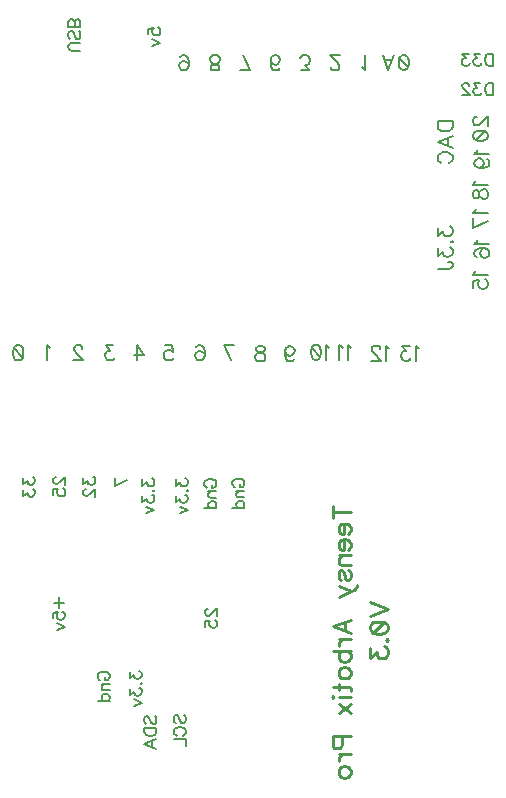
<source format=gbo>
G04 DipTrace Beta 2.9.0.1*
G04 TeensyArbotixProV3.gbo*
%MOIN*%
G04 #@! TF.FileFunction,Legend,Bot*
G04 #@! TF.Part,Single*
%ADD114C,0.006176*%
%ADD115C,0.009264*%
%ADD116C,0.00772*%
%FSLAX26Y26*%
G04*
G70*
G90*
G75*
G01*
G04 BotSilk*
%LPD*%
X1643698Y1410489D2*
D115*
X1703986D1*
X1643698Y1430585D2*
Y1390393D1*
X1681039Y1371866D2*
Y1337445D1*
X1675268D1*
X1669498Y1340296D1*
X1666646Y1343148D1*
X1663794Y1348918D1*
Y1357541D1*
X1666646Y1363244D1*
X1672417Y1369014D1*
X1681039Y1371866D1*
X1686742D1*
X1695364Y1369014D1*
X1701068Y1363244D1*
X1703986Y1357541D1*
Y1348918D1*
X1701068Y1343148D1*
X1695364Y1337445D1*
X1681039Y1318917D2*
Y1284496D1*
X1675268D1*
X1669498Y1287347D1*
X1666646Y1290199D1*
X1663794Y1295970D1*
Y1304592D1*
X1666646Y1310295D1*
X1672417Y1316066D1*
X1681039Y1318917D1*
X1686742D1*
X1695364Y1316066D1*
X1701068Y1310295D1*
X1703986Y1304592D1*
Y1295970D1*
X1701068Y1290199D1*
X1695364Y1284496D1*
X1663794Y1265968D2*
X1703986D1*
X1675268D2*
X1666646Y1257346D1*
X1663794Y1251576D1*
Y1243021D1*
X1666646Y1237250D1*
X1675268Y1234399D1*
X1703986D1*
X1672417Y1184301D2*
X1666646Y1187153D1*
X1663794Y1195775D1*
Y1204397D1*
X1666646Y1213020D1*
X1672417Y1215871D1*
X1678120Y1213020D1*
X1681039Y1207249D1*
X1683890Y1192924D1*
X1686742Y1187153D1*
X1692513Y1184301D1*
X1695364D1*
X1701068Y1187153D1*
X1703986Y1195775D1*
Y1204397D1*
X1701068Y1213020D1*
X1695364Y1215871D1*
X1663794Y1162856D2*
X1703986Y1145678D1*
X1715460Y1151382D1*
X1721231Y1157152D1*
X1724082Y1162856D1*
Y1165774D1*
X1663794Y1128434D2*
X1703986Y1145678D1*
Y1005624D2*
X1643698Y1028638D1*
X1703986Y1051586D1*
X1683890Y1042964D2*
Y1014246D1*
X1663794Y987097D2*
X1703986D1*
X1681039D2*
X1672417Y984179D1*
X1666646Y978475D1*
X1663794Y972705D1*
Y964083D1*
X1643698Y945555D2*
X1703986D1*
X1672417D2*
X1666646Y939785D1*
X1663794Y934081D1*
Y925459D1*
X1666646Y919756D1*
X1672417Y913985D1*
X1681039Y911134D1*
X1686742D1*
X1695364Y913985D1*
X1701068Y919756D1*
X1703986Y925459D1*
Y934081D1*
X1701068Y939785D1*
X1695364Y945555D1*
X1663794Y878281D2*
X1666646Y883984D1*
X1672417Y889755D1*
X1681039Y892606D1*
X1686742D1*
X1695364Y889755D1*
X1701068Y883984D1*
X1703986Y878281D1*
Y869659D1*
X1701068Y863888D1*
X1695364Y858185D1*
X1686742Y855266D1*
X1681039D1*
X1672417Y858185D1*
X1666646Y863888D1*
X1663794Y869659D1*
Y878281D1*
X1643698Y828117D2*
X1692513D1*
X1701068Y825265D1*
X1703986Y819495D1*
Y813791D1*
X1663794Y836739D2*
Y816643D1*
X1643698Y795264D2*
X1646550Y792412D1*
X1643698Y789494D1*
X1640780Y792412D1*
X1643698Y795264D1*
X1663794Y792412D2*
X1703986D1*
X1663794Y770967D2*
X1703986Y739397D1*
X1663794D2*
X1703986Y770967D1*
X1675268Y662549D2*
Y636683D1*
X1672417Y628127D1*
X1669498Y625209D1*
X1663795Y622357D1*
X1655172D1*
X1649469Y625209D1*
X1646550Y628127D1*
X1643699Y636683D1*
Y662549D1*
X1703986D1*
X1663795Y603830D2*
X1703986D1*
X1681039D2*
X1672417Y600912D1*
X1666646Y595208D1*
X1663795Y589438D1*
Y580816D1*
X1663794Y547963D2*
X1666646Y553666D1*
X1672417Y559437D1*
X1681039Y562288D1*
X1686742D1*
X1695364Y559437D1*
X1701068Y553666D1*
X1703987Y547963D1*
Y539341D1*
X1701068Y533570D1*
X1695364Y527867D1*
X1686742Y524948D1*
X1681039D1*
X1672417Y527867D1*
X1666646Y533570D1*
X1663794Y539341D1*
Y547963D1*
X1767698Y1109580D2*
X1827986Y1086632D1*
X1767699Y1063684D1*
X1767765Y1027913D2*
X1770617Y1036535D1*
X1779239Y1042305D1*
X1793565Y1045157D1*
X1802187D1*
X1816513Y1042305D1*
X1825135Y1036535D1*
X1827986Y1027913D1*
Y1022209D1*
X1825135Y1013587D1*
X1816513Y1007883D1*
X1802187Y1004965D1*
X1793565D1*
X1779239Y1007883D1*
X1770617Y1013587D1*
X1767765Y1022209D1*
Y1027913D1*
X1779239Y1007883D2*
X1816513Y1042305D1*
X1822216Y983586D2*
X1825135Y986438D1*
X1827987Y983586D1*
X1825135Y980667D1*
X1822216Y983586D1*
X1767765Y956370D2*
Y924867D1*
X1790713Y942044D1*
Y933422D1*
X1793565Y927719D1*
X1796417Y924867D1*
X1805039Y921948D1*
X1810742D1*
X1819364Y924867D1*
X1825135Y930570D1*
X1827987Y939192D1*
Y947814D1*
X1825135Y956370D1*
X1822216Y959222D1*
X1816513Y962140D1*
X1740614Y2892270D2*
D116*
X1745422Y2889838D1*
X1752608Y2882708D1*
Y2932893D1*
X1637546Y2894647D2*
Y2892270D1*
X1639923Y2887462D1*
X1642299Y2885085D1*
X1647108Y2882708D1*
X1656669D1*
X1661422Y2885085D1*
X1663799Y2887462D1*
X1666231Y2892270D1*
Y2897023D1*
X1663799Y2901832D1*
X1659046Y2908961D1*
X1635114Y2932893D1*
X1668608D1*
X1539923Y2882708D2*
X1566176D1*
X1551861Y2901832D1*
X1559046D1*
X1563799Y2904208D1*
X1566176Y2906585D1*
X1568608Y2913770D1*
Y2918523D1*
X1566176Y2925708D1*
X1561422Y2930517D1*
X1554237Y2932893D1*
X1547052D1*
X1539923Y2930517D1*
X1537546Y2928085D1*
X1535114Y2923332D1*
X1466231Y2889838D2*
X1463854Y2885085D1*
X1456669Y2882708D1*
X1451916D1*
X1444731Y2885085D1*
X1439923Y2892270D1*
X1437546Y2904208D1*
Y2916147D1*
X1439923Y2925708D1*
X1444731Y2930517D1*
X1451916Y2932893D1*
X1454293D1*
X1461422Y2930517D1*
X1466231Y2925708D1*
X1468608Y2918523D1*
Y2916147D1*
X1466231Y2908961D1*
X1461422Y2904208D1*
X1454293Y2901832D1*
X1451916D1*
X1444731Y2904208D1*
X1439923Y2908962D1*
X1437546Y2916147D1*
X1344676Y2932893D2*
X1368608Y2882708D1*
X1335114D1*
X1247108D2*
X1239978Y2885085D1*
X1237546Y2889838D1*
Y2894647D1*
X1239978Y2899400D1*
X1244731Y2901832D1*
X1254293Y2904208D1*
X1261478Y2906585D1*
X1266231Y2911393D1*
X1268608Y2916147D1*
Y2923332D1*
X1266231Y2928085D1*
X1263854Y2930517D1*
X1256669Y2932893D1*
X1247108D1*
X1239978Y2930517D1*
X1237546Y2928085D1*
X1235170Y2923332D1*
X1235169Y2916147D1*
X1237546Y2911393D1*
X1242355Y2906585D1*
X1249484Y2904208D1*
X1259046Y2901832D1*
X1263854Y2899400D1*
X1266231Y2894647D1*
Y2889838D1*
X1263854Y2885085D1*
X1256669Y2882708D1*
X1247108D1*
X1163608Y2899400D2*
X1161176Y2906585D1*
X1156422Y2911393D1*
X1149237Y2913770D1*
X1146861D1*
X1139676Y2911393D1*
X1134923Y2906585D1*
X1132491Y2899400D1*
Y2897023D1*
X1134923Y2889838D1*
X1139676Y2885085D1*
X1146861Y2882708D1*
X1149237D1*
X1156422Y2885085D1*
X1161176Y2889838D1*
X1163608Y2899400D1*
Y2911393D1*
X1161176Y2923332D1*
X1156422Y2930517D1*
X1149237Y2932893D1*
X1144484D1*
X1137299Y2930517D1*
X1134923Y2925708D1*
X1848675Y2933893D2*
X1829496Y2883653D1*
X1810373Y2933893D1*
X1817558Y2917147D2*
X1841490D1*
X1878484Y2883708D2*
X1871299Y2886085D1*
X1866491Y2893270D1*
X1864114Y2905208D1*
Y2912393D1*
X1866491Y2924332D1*
X1871299Y2931517D1*
X1878484Y2933893D1*
X1883237D1*
X1890422Y2931517D1*
X1895176Y2924332D1*
X1897608Y2912393D1*
Y2905208D1*
X1895176Y2893270D1*
X1890422Y2886085D1*
X1883237Y2883708D1*
X1878484D1*
X1895176Y2893270D2*
X1866491Y2924332D1*
X2121224Y2213845D2*
X2118792Y2209037D1*
X2111663Y2201852D1*
X2161847D1*
X2111663Y2157728D2*
Y2181604D1*
X2133162Y2183981D1*
X2130786Y2181604D1*
X2128354Y2174419D1*
Y2167289D1*
X2130786Y2160104D1*
X2135539Y2155296D1*
X2142724Y2152919D1*
X2147477D1*
X2154662Y2155296D1*
X2159471Y2160104D1*
X2161847Y2167289D1*
Y2174419D1*
X2159471Y2181604D1*
X2157039Y2183981D1*
X2152286Y2186413D1*
X2126224Y2316413D2*
X2123792Y2311605D1*
X2116663Y2304420D1*
X2166847D1*
X2123792Y2260296D2*
X2119039Y2262672D1*
X2116663Y2269857D1*
Y2274611D1*
X2119039Y2281796D1*
X2126224Y2286604D1*
X2138162Y2288981D1*
X2150101D1*
X2159662Y2286604D1*
X2164471Y2281796D1*
X2166847Y2274611D1*
Y2272234D1*
X2164471Y2265104D1*
X2159662Y2260296D1*
X2152477Y2257919D1*
X2150101D1*
X2142916Y2260296D1*
X2138162Y2265104D1*
X2135786Y2272234D1*
Y2274611D1*
X2138162Y2281796D1*
X2142916Y2286604D1*
X2150101Y2288981D1*
X2121224Y2418845D2*
X2118792Y2414037D1*
X2111663Y2406852D1*
X2161847D1*
Y2381851D2*
X2111663Y2357919D1*
Y2391413D1*
X2121224Y2513790D2*
X2118792Y2508982D1*
X2111663Y2501797D1*
X2161847Y2501796D1*
X2111663Y2474419D2*
X2114039Y2481549D1*
X2118792Y2483981D1*
X2123601D1*
X2128354Y2481549D1*
X2130786Y2476796D1*
X2133162Y2467234D1*
X2135539Y2460049D1*
X2140347Y2455296D1*
X2145101Y2452919D1*
X2152286D1*
X2157039Y2455296D1*
X2159471Y2457672D1*
X2161847Y2464857D1*
Y2474419D1*
X2159471Y2481549D1*
X2157039Y2483981D1*
X2152286Y2486357D1*
X2145101D1*
X2140347Y2483981D1*
X2135539Y2479172D1*
X2133162Y2472042D1*
X2130786Y2462481D1*
X2128354Y2457672D1*
X2123601Y2455296D1*
X2118792D1*
X2114039Y2457672D1*
X2111663Y2464857D1*
Y2474419D1*
X2126224Y2616469D2*
X2123792Y2611660D1*
X2116663Y2604475D1*
X2166847D1*
X2133354Y2557919D2*
X2140539Y2560351D1*
X2145347Y2565104D1*
X2147724Y2572289D1*
Y2574666D1*
X2145347Y2581851D1*
X2140539Y2586604D1*
X2133354Y2589036D1*
X2130977D1*
X2123792Y2586604D1*
X2119039Y2581851D1*
X2116663Y2574666D1*
Y2572289D1*
X2119039Y2565104D1*
X2123792Y2560351D1*
X2133354Y2557919D1*
X2145347D1*
X2157286Y2560351D1*
X2164471Y2565104D1*
X2166847Y2572289D1*
Y2577042D1*
X2164471Y2584227D1*
X2159662Y2586604D1*
X2123601Y2727913D2*
X2121224D1*
X2116416Y2725537D1*
X2114039Y2723160D1*
X2111663Y2718352D1*
Y2708790D1*
X2114039Y2704037D1*
X2116416Y2701660D1*
X2121224Y2699228D1*
X2125977D1*
X2130786Y2701660D1*
X2137916Y2706413D1*
X2161847Y2730345D1*
Y2696852D1*
X2111663Y2667042D2*
X2114039Y2674228D1*
X2121224Y2679036D1*
X2133162Y2681413D1*
X2140347D1*
X2152286Y2679036D1*
X2159471Y2674227D1*
X2161847Y2667042D1*
Y2662289D1*
X2159471Y2655104D1*
X2152286Y2650351D1*
X2140347Y2647919D1*
X2133162D1*
X2121224Y2650351D1*
X2114039Y2655104D1*
X2111663Y2662289D1*
Y2667042D1*
X2121224Y2650351D2*
X2152286Y2679036D1*
X2179216Y2840097D2*
D114*
Y2799905D1*
X2165818D1*
X2160070Y2801851D1*
X2156223Y2805653D1*
X2154322Y2809500D1*
X2152421Y2815204D1*
Y2824799D1*
X2154322Y2830547D1*
X2156223Y2834349D1*
X2160070Y2838196D1*
X2165818Y2840097D1*
X2179216D1*
X2136223Y2840053D2*
X2115220D1*
X2126672Y2824755D1*
X2120924D1*
X2117122Y2822853D1*
X2115220Y2820952D1*
X2113275Y2815204D1*
Y2811401D1*
X2115220Y2805653D1*
X2119023Y2801807D1*
X2124771Y2799905D1*
X2130519D1*
X2136223Y2801807D1*
X2138124Y2803752D1*
X2140070Y2807555D1*
X2098978Y2830503D2*
Y2832404D1*
X2097077Y2836251D1*
X2095175Y2838152D1*
X2091329Y2840053D1*
X2083679D1*
X2079877Y2838152D1*
X2077976Y2836251D1*
X2076030Y2832404D1*
Y2828601D1*
X2077976Y2824755D1*
X2081778Y2819051D1*
X2100923Y2799905D1*
X2074129D1*
X2179216Y2938097D2*
Y2897905D1*
X2165818D1*
X2160070Y2899851D1*
X2156223Y2903653D1*
X2154322Y2907500D1*
X2152421Y2913204D1*
Y2922799D1*
X2154322Y2928547D1*
X2156223Y2932349D1*
X2160070Y2936196D1*
X2165818Y2938097D1*
X2179216D1*
X2136223Y2938053D2*
X2115220D1*
X2126672Y2922755D1*
X2120924D1*
X2117122Y2920853D1*
X2115220Y2918952D1*
X2113275Y2913204D1*
Y2909401D1*
X2115220Y2903653D1*
X2119023Y2899807D1*
X2124771Y2897905D1*
X2130519D1*
X2136223Y2899807D1*
X2138124Y2901752D1*
X2140070Y2905555D1*
X2097077Y2938053D2*
X2076074D1*
X2087526Y2922755D1*
X2081778D1*
X2077976Y2920853D1*
X2076074Y2918952D1*
X2074129Y2913204D1*
Y2909401D1*
X2076074Y2903653D1*
X2079877Y2899807D1*
X2085625Y2897905D1*
X2091373D1*
X2097077Y2899807D1*
X2098978Y2901752D1*
X2100923Y2905555D1*
X598401Y1965459D2*
D116*
X605586Y1963082D1*
X610394Y1955897D1*
X612771Y1943959D1*
Y1936774D1*
X610394Y1924836D1*
X605586Y1917651D1*
X598401Y1915274D1*
X593647D1*
X586462Y1917651D1*
X581709Y1924836D1*
X579277Y1936774D1*
Y1943959D1*
X581709Y1955897D1*
X586462Y1963082D1*
X593647Y1965459D1*
X598401D1*
X581709Y1955897D2*
X610394Y1924836D1*
X702860Y1956300D2*
X698052Y1958732D1*
X690867Y1965862D1*
Y1915677D1*
X809928Y1953923D2*
Y1956300D1*
X807552Y1961108D1*
X805175Y1963485D1*
X800366Y1965862D1*
X790805D1*
X786052Y1963485D1*
X783675Y1961108D1*
X781243Y1956300D1*
Y1951547D1*
X783675Y1946738D1*
X788428Y1939609D1*
X812360Y1915677D1*
X778867D1*
X913552Y1965862D2*
X887298D1*
X901613Y1946738D1*
X894428D1*
X889675Y1944362D1*
X887298Y1941985D1*
X884867Y1934800D1*
Y1930047D1*
X887298Y1922862D1*
X892052Y1918053D1*
X899237Y1915677D1*
X906422D1*
X913552Y1918053D1*
X915928Y1920485D1*
X918360Y1925239D1*
X992805Y1915677D2*
Y1965862D1*
X1016737Y1932424D1*
X980867D1*
X1085675Y1965862D2*
X1109552D1*
X1111928Y1944362D1*
X1109552Y1946738D1*
X1102366Y1949170D1*
X1095237D1*
X1088052Y1946738D1*
X1083243Y1941985D1*
X1080867Y1934800D1*
Y1930047D1*
X1083243Y1922862D1*
X1088052Y1918053D1*
X1095237Y1915677D1*
X1102366D1*
X1109552Y1918053D1*
X1111928Y1920485D1*
X1114360Y1925239D1*
X1188243Y1958732D2*
X1190620Y1963485D1*
X1197805Y1965862D1*
X1202558D1*
X1209743Y1963485D1*
X1214552Y1956300D1*
X1216928Y1944362D1*
Y1932424D1*
X1214552Y1922862D1*
X1209743Y1918053D1*
X1202558Y1915677D1*
X1200181D1*
X1193052Y1918053D1*
X1188243Y1922862D1*
X1185867Y1930047D1*
Y1932424D1*
X1188243Y1939609D1*
X1193052Y1944362D1*
X1200181Y1946738D1*
X1202558D1*
X1209743Y1944362D1*
X1214552Y1939609D1*
X1216928Y1932424D1*
X1304798Y1915677D2*
X1280867Y1965862D1*
X1314360D1*
X1407366Y1962862D2*
X1414496Y1960485D1*
X1416928Y1955732D1*
Y1950923D1*
X1414496Y1946170D1*
X1409743Y1943738D1*
X1400181Y1941362D1*
X1392996Y1938985D1*
X1388243Y1934177D1*
X1385867Y1929424D1*
Y1922239D1*
X1388243Y1917485D1*
X1390620Y1915053D1*
X1397805Y1912677D1*
X1407366D1*
X1414496Y1915053D1*
X1416928Y1917485D1*
X1419305Y1922239D1*
Y1929424D1*
X1416928Y1934177D1*
X1412120Y1938985D1*
X1404990Y1941362D1*
X1395428Y1943738D1*
X1390620Y1946170D1*
X1388243Y1950923D1*
Y1955732D1*
X1390620Y1960485D1*
X1397805Y1962862D1*
X1407366D1*
X1485867Y1946170D2*
X1488298Y1938985D1*
X1493052Y1934177D1*
X1500237Y1931800D1*
X1502613D1*
X1509798Y1934177D1*
X1514552Y1938985D1*
X1516983Y1946170D1*
Y1948547D1*
X1514552Y1955732D1*
X1509798Y1960485D1*
X1502613Y1962862D1*
X1500237D1*
X1493052Y1960485D1*
X1488298Y1955732D1*
X1485867Y1946170D1*
Y1934177D1*
X1488298Y1922239D1*
X1493052Y1915053D1*
X1500237Y1912677D1*
X1504990D1*
X1512175Y1915053D1*
X1514552Y1919862D1*
X1632793Y1958300D2*
X1627984Y1960732D1*
X1620799Y1967862D1*
Y1917677D1*
X1590990Y1967862D2*
X1598175Y1965485D1*
X1602983Y1958300D1*
X1605360Y1946362D1*
Y1939177D1*
X1602983Y1927239D1*
X1598175Y1920053D1*
X1590990Y1917677D1*
X1586237D1*
X1579052Y1920053D1*
X1574298Y1927239D1*
X1571867Y1939177D1*
Y1946362D1*
X1574298Y1958300D1*
X1579052Y1965485D1*
X1586237Y1967862D1*
X1590990D1*
X1574298Y1958300D2*
X1602983Y1927239D1*
X1706293Y1958300D2*
X1701484Y1960732D1*
X1694299Y1967862D1*
Y1917677D1*
X1678860Y1958300D2*
X1674052Y1960732D1*
X1666867Y1967862D1*
Y1917677D1*
X1832793Y1955300D2*
X1827984Y1957732D1*
X1820799Y1964862D1*
Y1914677D1*
X1802928Y1952923D2*
Y1955300D1*
X1800552Y1960108D1*
X1798175Y1962485D1*
X1793366Y1964862D1*
X1783805D1*
X1779052Y1962485D1*
X1776675Y1960108D1*
X1774243Y1955300D1*
Y1950547D1*
X1776675Y1945738D1*
X1781428Y1938609D1*
X1805360Y1914677D1*
X1771867D1*
X1932793Y1955300D2*
X1927984Y1957732D1*
X1920799Y1964862D1*
Y1914677D1*
X1900552Y1964862D2*
X1874298D1*
X1888613Y1945738D1*
X1881428D1*
X1876675Y1943362D1*
X1874298Y1940985D1*
X1871867Y1933800D1*
Y1929047D1*
X1874298Y1921862D1*
X1879052Y1917053D1*
X1886237Y1914677D1*
X1893422D1*
X1900552Y1917053D1*
X1902928Y1919485D1*
X1905360Y1924239D1*
X1993607Y2712463D2*
X2043847D1*
Y2695716D1*
X2041415Y2688531D1*
X2036662Y2683723D1*
X2031854Y2681346D1*
X2024724Y2678969D1*
X2012731D1*
X2005546Y2681346D1*
X2000792Y2683723D1*
X1995984Y2688531D1*
X1993607Y2695716D1*
Y2712463D1*
X2043847Y2625228D2*
X1993607Y2644407D1*
X2043847Y2663530D1*
X2027101Y2656345D2*
Y2632413D1*
X2005545Y2573919D2*
X2000792Y2576296D1*
X1995984Y2581104D1*
X1993607Y2585857D1*
Y2595419D1*
X1995984Y2600228D1*
X2000792Y2604981D1*
X2005546Y2607413D1*
X2012731Y2609789D1*
X2024724D1*
X2031854Y2607413D1*
X2036662Y2604981D1*
X2041415Y2600227D1*
X2043847Y2595419D1*
Y2585857D1*
X2041415Y2581104D1*
X2036662Y2576296D1*
X2031854Y2573919D1*
X802958Y2947223D2*
D114*
X774262D1*
X768514Y2949125D1*
X764712Y2952971D1*
X762766Y2958719D1*
Y2962522D1*
X764712Y2968270D1*
X768514Y2972117D1*
X774262Y2974018D1*
X802958D1*
X797210Y3013164D2*
X801057Y3009361D1*
X802958Y3003613D1*
Y2995964D1*
X801057Y2990216D1*
X797210Y2986369D1*
X793408D1*
X789561Y2988315D1*
X787660Y2990216D1*
X785758Y2994019D1*
X781912Y3005515D1*
X780010Y3009361D1*
X778065Y3011263D1*
X774262Y3013164D1*
X768514D1*
X764712Y3009361D1*
X762766Y3003613D1*
Y2995964D1*
X764712Y2990216D1*
X768514Y2986369D1*
X802958Y3025515D2*
X762766D1*
Y3042759D1*
X764712Y3048507D1*
X766613Y3050409D1*
X770416Y3052310D1*
X776164D1*
X780010Y3050409D1*
X781912Y3048507D1*
X783813Y3042759D1*
X785758Y3048507D1*
X787660Y3050409D1*
X791462Y3052310D1*
X795309D1*
X799111Y3050409D1*
X801057Y3048507D1*
X802958Y3042759D1*
Y3025515D1*
X783813D2*
Y3042759D1*
X1029976Y3002637D2*
Y3021738D1*
X1047176Y3023640D1*
X1045275Y3021738D1*
X1043329Y3015990D1*
Y3010286D1*
X1045275Y3004538D1*
X1049077Y3000692D1*
X1054825Y2998790D1*
X1058628D1*
X1064376Y3000692D1*
X1068223Y3004538D1*
X1070124Y3010286D1*
Y3015990D1*
X1068223Y3021738D1*
X1066277Y3023639D1*
X1062475Y3025585D1*
X1043329Y2986439D2*
X1070124Y2974943D1*
X1043329Y2963491D1*
X1993663Y2358155D2*
D116*
Y2331902D1*
X2012786Y2346217D1*
Y2339032D1*
X2015162Y2334279D1*
X2017539Y2331902D1*
X2024724Y2329470D1*
X2029477D1*
X2036662Y2331902D1*
X2041471Y2336655D1*
X2043847Y2343840D1*
Y2351025D1*
X2041471Y2358155D1*
X2039039Y2360532D1*
X2034286Y2362964D1*
X2039039Y2311655D2*
X2041471Y2314031D1*
X2043847Y2311655D1*
X2041471Y2309223D1*
X2039039Y2311655D1*
X1993663Y2288975D2*
Y2262722D1*
X2012786Y2277037D1*
Y2269852D1*
X2015162Y2265099D1*
X2017539Y2262722D1*
X2024724Y2260290D1*
X2029477D1*
X2036662Y2262722D1*
X2041471Y2267475D1*
X2043847Y2274660D1*
Y2281845D1*
X2041471Y2288975D1*
X2039039Y2291352D1*
X2034286Y2293783D1*
X1993607Y2220919D2*
X2031854D1*
X2039039Y2223296D1*
X2041415Y2225728D1*
X2043847Y2230481D1*
Y2235289D1*
X2041415Y2240042D1*
X2039039Y2242419D1*
X2031854Y2244851D1*
X2027101D1*
X1120663Y705751D2*
D114*
X1116816Y709554D1*
X1114915Y715302D1*
Y722951D1*
X1116816Y728699D1*
X1120663Y732546D1*
X1124466D1*
X1128312Y730600D1*
X1130214Y728699D1*
X1132115Y724896D1*
X1135962Y713400D1*
X1137863Y709554D1*
X1139808Y707652D1*
X1143611Y705751D1*
X1149359D1*
X1153162Y709554D1*
X1155107Y715302D1*
Y722951D1*
X1153162Y728699D1*
X1149359Y732546D1*
X1124466Y664704D2*
X1120663Y666605D1*
X1116816Y670452D1*
X1114915Y674254D1*
Y681904D1*
X1116816Y685750D1*
X1120663Y689553D1*
X1124466Y691498D1*
X1130214Y693400D1*
X1139808D1*
X1145512Y691498D1*
X1149359Y689553D1*
X1153162Y685750D1*
X1155107Y681904D1*
Y674254D1*
X1153162Y670452D1*
X1149359Y666605D1*
X1145512Y664704D1*
X1114915Y652352D2*
X1155107D1*
Y629405D1*
X1021663Y703543D2*
X1017816Y707346D1*
X1015915Y713094D1*
Y720743D1*
X1017816Y726491D1*
X1021663Y730338D1*
X1025466D1*
X1029312Y728392D1*
X1031214Y726491D1*
X1033115Y722689D1*
X1036962Y711193D1*
X1038863Y707346D1*
X1040808Y705445D1*
X1044611Y703543D1*
X1050359D1*
X1054162Y707346D1*
X1056107Y713094D1*
Y720743D1*
X1054162Y726491D1*
X1050359Y730338D1*
X1015915Y691192D2*
X1056107D1*
Y677795D1*
X1054162Y672047D1*
X1050359Y668200D1*
X1046512Y666299D1*
X1040808Y664397D1*
X1031214D1*
X1025466Y666299D1*
X1021663Y668200D1*
X1017816Y672047D1*
X1015915Y677795D1*
Y691192D1*
X1056107Y621405D2*
X1015915Y636747D1*
X1056107Y652046D1*
X1042710Y646298D2*
Y627153D1*
X611959Y1523498D2*
Y1502496D1*
X627258Y1513948D1*
Y1508200D1*
X629159Y1504397D1*
X631060Y1502496D1*
X636808Y1500550D1*
X640611D1*
X646359Y1502496D1*
X650206Y1506298D1*
X652107Y1512047D1*
Y1517795D1*
X650206Y1523498D1*
X648260Y1525400D1*
X644458Y1527345D1*
X611959Y1484352D2*
Y1463350D1*
X627258Y1474802D1*
Y1469054D1*
X629159Y1465251D1*
X631060Y1463350D1*
X636808Y1461405D1*
X640611D1*
X646359Y1463350D1*
X650206Y1467153D1*
X652107Y1472901D1*
Y1478649D1*
X650206Y1484352D1*
X648260Y1486254D1*
X644458Y1488199D1*
X722510Y1526400D2*
X720609D1*
X716762Y1524498D1*
X714861Y1522597D1*
X712959Y1518750D1*
Y1511101D1*
X714861Y1507299D1*
X716762Y1505397D1*
X720609Y1503452D1*
X724411D1*
X728258Y1505397D1*
X733962Y1509200D1*
X753107Y1528345D1*
Y1501550D1*
X712959Y1466251D2*
Y1485352D1*
X730159Y1487254D1*
X728258Y1485352D1*
X726312Y1479604D1*
Y1473901D1*
X728258Y1468153D1*
X732060Y1464306D1*
X737808Y1462405D1*
X741611D1*
X747359Y1464306D1*
X751206Y1468153D1*
X753107Y1473901D1*
Y1479604D1*
X751206Y1485352D1*
X749260Y1487254D1*
X745458Y1489199D1*
X812959Y1523498D2*
Y1502496D1*
X828258Y1513948D1*
Y1508200D1*
X830159Y1504397D1*
X832060Y1502496D1*
X837808Y1500550D1*
X841611D1*
X847359Y1502496D1*
X851206Y1506298D1*
X853107Y1512047D1*
Y1517795D1*
X851206Y1523498D1*
X849260Y1525400D1*
X845458Y1527345D1*
X822510Y1486254D2*
X820609D1*
X816762Y1484352D1*
X814861Y1482451D1*
X812959Y1478604D1*
Y1470955D1*
X814860Y1467153D1*
X816762Y1465251D1*
X820608Y1463306D1*
X824411D1*
X828258Y1465251D1*
X833962Y1469054D1*
X853107Y1488199D1*
Y1461405D1*
X959107Y1517550D2*
X918959Y1498405D1*
Y1525199D1*
X1228510Y1087400D2*
X1226609D1*
X1222762Y1085498D1*
X1220861Y1083597D1*
X1218959Y1079750D1*
Y1072101D1*
X1220861Y1068299D1*
X1222762Y1066397D1*
X1226609Y1064452D1*
X1230411D1*
X1234258Y1066397D1*
X1239962Y1070200D1*
X1259107Y1089345D1*
Y1062550D1*
X1218959Y1027251D2*
Y1046352D1*
X1236159Y1048254D1*
X1234258Y1046352D1*
X1232312Y1040604D1*
Y1034901D1*
X1234258Y1029153D1*
X1238060Y1025306D1*
X1243808Y1023405D1*
X1247611D1*
X1253359Y1025306D1*
X1257206Y1029153D1*
X1259107Y1034901D1*
Y1040604D1*
X1257206Y1046352D1*
X1255260Y1048254D1*
X1251458Y1050199D1*
X713811Y1108094D2*
X748255D1*
X731055Y1125294D2*
Y1090850D1*
X710959Y1055551D2*
Y1074652D1*
X728159Y1076553D1*
X726258Y1074652D1*
X724312Y1068904D1*
Y1063200D1*
X726258Y1057452D1*
X730060Y1053605D1*
X735808Y1051704D1*
X739611D1*
X745359Y1053605D1*
X749206Y1057452D1*
X751107Y1063200D1*
Y1068904D1*
X749206Y1074652D1*
X747260Y1076553D1*
X743458Y1078498D1*
X724312Y1039352D2*
X751107Y1027856D1*
X724312Y1016405D1*
X967521Y876531D2*
Y855529D1*
X982820Y866981D1*
Y861233D1*
X984721Y857430D1*
X986622Y855529D1*
X992370Y853583D1*
X996173D1*
X1001921Y855529D1*
X1005767Y859331D1*
X1007669Y865079D1*
Y870827D1*
X1005767Y876531D1*
X1003822Y878433D1*
X1000019Y880378D1*
X1003822Y839331D2*
X1005767Y841232D1*
X1007669Y839331D1*
X1005767Y837385D1*
X1003822Y839331D1*
X967521Y821187D2*
Y800185D1*
X982820Y811637D1*
Y805888D1*
X984721Y802086D1*
X986622Y800185D1*
X992370Y798239D1*
X996173D1*
X1001921Y800185D1*
X1005767Y803987D1*
X1007669Y809735D1*
Y815483D1*
X1005767Y821187D1*
X1003822Y823088D1*
X1000019Y825034D1*
X980874Y785888D2*
X1007669Y774392D1*
X980874Y762940D1*
X1009959Y1518996D2*
Y1497993D1*
X1025258Y1509445D1*
Y1503697D1*
X1027159Y1499895D1*
X1029060Y1497993D1*
X1034808Y1496048D1*
X1038611D1*
X1044359Y1497993D1*
X1048206Y1501796D1*
X1050107Y1507544D1*
Y1513292D1*
X1048206Y1518996D1*
X1046260Y1520897D1*
X1042458Y1522843D1*
X1046260Y1481795D2*
X1048206Y1483697D1*
X1050107Y1481795D1*
X1048206Y1479850D1*
X1046260Y1481795D1*
X1009959Y1463652D2*
Y1442649D1*
X1025258Y1454101D1*
Y1448353D1*
X1027159Y1444551D1*
X1029060Y1442649D1*
X1034808Y1440704D1*
X1038611D1*
X1044359Y1442649D1*
X1048206Y1446452D1*
X1050107Y1452200D1*
Y1457948D1*
X1048206Y1463652D1*
X1046260Y1465553D1*
X1042458Y1467498D1*
X1023312Y1428352D2*
X1050107Y1416856D1*
X1023312Y1405405D1*
X1120959Y1518996D2*
Y1497993D1*
X1136258Y1509445D1*
Y1503697D1*
X1138159Y1499895D1*
X1140060Y1497993D1*
X1145808Y1496048D1*
X1149611D1*
X1155359Y1497993D1*
X1159206Y1501796D1*
X1161107Y1507544D1*
Y1513292D1*
X1159206Y1518996D1*
X1157260Y1520897D1*
X1153458Y1522843D1*
X1157260Y1481795D2*
X1159206Y1483697D1*
X1161107Y1481795D1*
X1159206Y1479850D1*
X1157260Y1481795D1*
X1120959Y1463652D2*
Y1442649D1*
X1136258Y1454101D1*
Y1448353D1*
X1138159Y1444551D1*
X1140060Y1442649D1*
X1145808Y1440704D1*
X1149611D1*
X1155359Y1442649D1*
X1159206Y1446452D1*
X1161107Y1452200D1*
Y1457948D1*
X1159206Y1463652D1*
X1157260Y1465553D1*
X1153458Y1467498D1*
X1134312Y1428352D2*
X1161107Y1416856D1*
X1134312Y1405405D1*
X1225466Y1491102D2*
X1221663Y1493003D1*
X1217816Y1496850D1*
X1215915Y1500652D1*
Y1508302D1*
X1217816Y1512148D1*
X1221663Y1515951D1*
X1225466Y1517896D1*
X1231214Y1519798D1*
X1240808D1*
X1246512Y1517896D1*
X1250359Y1515951D1*
X1254162Y1512148D1*
X1256107Y1508302D1*
Y1500652D1*
X1254162Y1496850D1*
X1250359Y1493003D1*
X1246512Y1491102D1*
X1240808D1*
Y1500652D1*
X1229312Y1478750D2*
X1256107D1*
X1236962D2*
X1231214Y1473002D1*
X1229312Y1469156D1*
Y1463452D1*
X1231214Y1459605D1*
X1236962Y1457704D1*
X1256107D1*
X1215915Y1422405D2*
X1256107D1*
X1235060D2*
X1231214Y1426207D1*
X1229312Y1430054D1*
Y1435802D1*
X1231214Y1439604D1*
X1235060Y1443451D1*
X1240808Y1445352D1*
X1244611D1*
X1250359Y1443451D1*
X1254162Y1439604D1*
X1256107Y1435802D1*
Y1430054D1*
X1254162Y1426207D1*
X1250359Y1422405D1*
X1319466Y1493102D2*
X1315663Y1495003D1*
X1311816Y1498850D1*
X1309915Y1502652D1*
Y1510302D1*
X1311816Y1514148D1*
X1315663Y1517951D1*
X1319466Y1519896D1*
X1325214Y1521798D1*
X1334808D1*
X1340512Y1519896D1*
X1344359Y1517951D1*
X1348162Y1514148D1*
X1350107Y1510302D1*
Y1502652D1*
X1348162Y1498850D1*
X1344359Y1495003D1*
X1340512Y1493102D1*
X1334808D1*
Y1502652D1*
X1323312Y1480750D2*
X1350107D1*
X1330962D2*
X1325214Y1475002D1*
X1323312Y1471156D1*
Y1465452D1*
X1325214Y1461605D1*
X1330962Y1459704D1*
X1350107D1*
X1309915Y1424405D2*
X1350107D1*
X1329060D2*
X1325214Y1428207D1*
X1323312Y1432054D1*
Y1437802D1*
X1325214Y1441604D1*
X1329060Y1445451D1*
X1334808Y1447352D1*
X1338611D1*
X1344359Y1445451D1*
X1348162Y1441604D1*
X1350107Y1437802D1*
Y1432054D1*
X1348162Y1428207D1*
X1344359Y1424405D1*
X870027Y849637D2*
X866225Y851538D1*
X862378Y855385D1*
X860477Y859188D1*
Y866837D1*
X862378Y870684D1*
X866225Y874486D1*
X870027Y876432D1*
X875775Y878333D1*
X885370D1*
X891074Y876432D1*
X894921Y874486D1*
X898723Y870684D1*
X900669Y866837D1*
Y859188D1*
X898723Y855385D1*
X894921Y851538D1*
X891074Y849637D1*
X885370D1*
Y859188D1*
X873874Y837286D2*
X900669D1*
X881523D2*
X875775Y831538D1*
X873874Y827691D1*
Y821987D1*
X875775Y818140D1*
X881523Y816239D1*
X900669D1*
X860477Y780940D2*
X900669D1*
X879622D2*
X875775Y784742D1*
X873874Y788589D1*
Y794337D1*
X875775Y798140D1*
X879622Y801987D1*
X885370Y803888D1*
X889173D1*
X894921Y801987D1*
X898723Y798140D1*
X900669Y794337D1*
Y788589D1*
X898723Y784742D1*
X894921Y780940D1*
M02*

</source>
